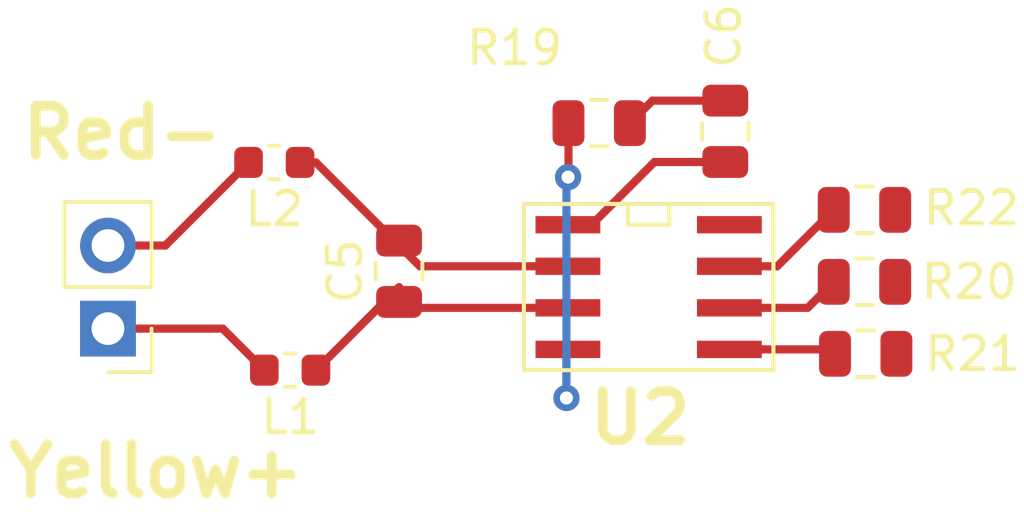
<source format=kicad_pcb>
(kicad_pcb (version 20171130) (host pcbnew 5.0.2-bee76a0~70~ubuntu18.04.1)

  (general
    (thickness 1.6)
    (drawings 2)
    (tracks 30)
    (zones 0)
    (modules 10)
    (nets 11)
  )

  (page A4)
  (layers
    (0 F.Cu signal)
    (1 In1.Cu power)
    (2 In2.Cu power)
    (31 B.Cu signal)
    (32 B.Adhes user)
    (33 F.Adhes user)
    (34 B.Paste user)
    (35 F.Paste user)
    (36 B.SilkS user)
    (37 F.SilkS user)
    (38 B.Mask user)
    (39 F.Mask user)
    (40 Dwgs.User user)
    (41 Cmts.User user)
    (42 Eco1.User user)
    (43 Eco2.User user)
    (44 Edge.Cuts user)
    (45 Margin user)
    (46 B.CrtYd user)
    (47 F.CrtYd user)
    (48 B.Fab user)
    (49 F.Fab user)
  )

  (setup
    (last_trace_width 0.25)
    (trace_clearance 0.2)
    (zone_clearance 0.508)
    (zone_45_only no)
    (trace_min 0.2)
    (segment_width 0.2)
    (edge_width 0.15)
    (via_size 0.8)
    (via_drill 0.4)
    (via_min_size 0.4)
    (via_min_drill 0.3)
    (uvia_size 0.3)
    (uvia_drill 0.1)
    (uvias_allowed no)
    (uvia_min_size 0.2)
    (uvia_min_drill 0.1)
    (pcb_text_width 0.3)
    (pcb_text_size 1.5 1.5)
    (mod_edge_width 0.15)
    (mod_text_size 1 1)
    (mod_text_width 0.15)
    (pad_size 1.524 1.524)
    (pad_drill 0.762)
    (pad_to_mask_clearance 0.2)
    (solder_mask_min_width 0.25)
    (aux_axis_origin 0 0)
    (visible_elements FFFFFF7F)
    (pcbplotparams
      (layerselection 0x010fc_ffffffff)
      (usegerberextensions false)
      (usegerberattributes false)
      (usegerberadvancedattributes false)
      (creategerberjobfile false)
      (excludeedgelayer true)
      (linewidth 0.100000)
      (plotframeref false)
      (viasonmask false)
      (mode 1)
      (useauxorigin false)
      (hpglpennumber 1)
      (hpglpenspeed 20)
      (hpglpendiameter 15.000000)
      (psnegative false)
      (psa4output false)
      (plotreference true)
      (plotvalue true)
      (plotinvisibletext false)
      (padsonsilk false)
      (subtractmaskfromsilk false)
      (outputformat 1)
      (mirror false)
      (drillshape 1)
      (scaleselection 1)
      (outputdirectory ""))
  )

  (net 0 "")
  (net 1 +3V3)
  (net 2 "Net-(C5-Pad1)")
  (net 3 "Net-(C5-Pad2)")
  (net 4 GND)
  (net 5 "Net-(J3-Pad1)")
  (net 6 "Net-(J3-Pad2)")
  (net 7 "Net-(R19-Pad2)")
  (net 8 "Net-(R20-Pad1)")
  (net 9 "Net-(R21-Pad1)")
  (net 10 "Net-(R22-Pad1)")

  (net_class Default "This is the default net class."
    (clearance 0.2)
    (trace_width 0.25)
    (via_dia 0.8)
    (via_drill 0.4)
    (uvia_dia 0.3)
    (uvia_drill 0.1)
    (add_net +3V3)
    (add_net GND)
    (add_net "Net-(C5-Pad1)")
    (add_net "Net-(C5-Pad2)")
    (add_net "Net-(J3-Pad1)")
    (add_net "Net-(J3-Pad2)")
    (add_net "Net-(R19-Pad2)")
    (add_net "Net-(R20-Pad1)")
    (add_net "Net-(R21-Pad1)")
    (add_net "Net-(R22-Pad1)")
  )

  (module Connector_PinHeader_2.54mm:PinHeader_1x02_P2.54mm_Vertical (layer F.Cu) (tedit 5CA3BF9F) (tstamp 5BD68420)
    (at 152.4 87.63 180)
    (descr "Through hole straight pin header, 1x02, 2.54mm pitch, single row")
    (tags "Through hole pin header THT 1x02 2.54mm single row")
    (path /5BB5AAEB)
    (fp_text reference J3 (at 0 -2.33 180) (layer F.SilkS) hide
      (effects (font (size 1 1) (thickness 0.15)))
    )
    (fp_text value Conn_01x02_Male (at 0 4.87 180) (layer F.Fab) hide
      (effects (font (size 1 1) (thickness 0.15)))
    )
    (fp_line (start -0.635 -1.27) (end 1.27 -1.27) (layer F.Fab) (width 0.1))
    (fp_line (start 1.27 -1.27) (end 1.27 3.81) (layer F.Fab) (width 0.1))
    (fp_line (start 1.27 3.81) (end -1.27 3.81) (layer F.Fab) (width 0.1))
    (fp_line (start -1.27 3.81) (end -1.27 -0.635) (layer F.Fab) (width 0.1))
    (fp_line (start -1.27 -0.635) (end -0.635 -1.27) (layer F.Fab) (width 0.1))
    (fp_line (start -1.33 3.87) (end 1.33 3.87) (layer F.SilkS) (width 0.12))
    (fp_line (start -1.33 1.27) (end -1.33 3.87) (layer F.SilkS) (width 0.12))
    (fp_line (start 1.33 1.27) (end 1.33 3.87) (layer F.SilkS) (width 0.12))
    (fp_line (start -1.33 1.27) (end 1.33 1.27) (layer F.SilkS) (width 0.12))
    (fp_line (start -1.33 0) (end -1.33 -1.33) (layer F.SilkS) (width 0.12))
    (fp_line (start -1.33 -1.33) (end 0 -1.33) (layer F.SilkS) (width 0.12))
    (fp_line (start -1.8 -1.8) (end -1.8 4.35) (layer F.CrtYd) (width 0.05))
    (fp_line (start -1.8 4.35) (end 1.8 4.35) (layer F.CrtYd) (width 0.05))
    (fp_line (start 1.8 4.35) (end 1.8 -1.8) (layer F.CrtYd) (width 0.05))
    (fp_line (start 1.8 -1.8) (end -1.8 -1.8) (layer F.CrtYd) (width 0.05))
    (fp_text user %R (at 0 1.27 270) (layer F.Fab)
      (effects (font (size 1 1) (thickness 0.15)))
    )
    (pad 1 thru_hole rect (at 0 0 180) (size 1.7 1.7) (drill 1) (layers *.Cu *.Mask)
      (net 5 "Net-(J3-Pad1)"))
    (pad 2 thru_hole oval (at 0 2.54 180) (size 1.7 1.7) (drill 1) (layers *.Cu *.Mask)
      (net 6 "Net-(J3-Pad2)"))
    (model ${KISYS3DMOD}/Connector_PinHeader_2.54mm.3dshapes/PinHeader_1x02_P2.54mm_Vertical.wrl
      (at (xyz 0 0 0))
      (scale (xyz 1 1 1))
      (rotate (xyz 0 0 0))
    )
  )

  (module MAX31855:SO-8 (layer F.Cu) (tedit 5CA3BF7E) (tstamp 5BD68470)
    (at 168.91 86.36)
    (path /5BB59E3B)
    (attr smd)
    (fp_text reference U2 (at -0.25654 4.00304) (layer F.SilkS)
      (effects (font (size 1.5 1.5) (thickness 0.3)))
    )
    (fp_text value MAX31855 (at 0.146499 3.81) (layer F.SilkS) hide
      (effects (font (size 1 0.9) (thickness 0.05)))
    )
    (fp_line (start -3.81 -2.54) (end -3.81 2.54) (layer F.SilkS) (width 0.127))
    (fp_line (start -3.81 2.54) (end 3.81 2.54) (layer F.SilkS) (width 0.127))
    (fp_line (start 3.81 2.54) (end 3.81 -2.54) (layer F.SilkS) (width 0.127))
    (fp_line (start 3.81 -2.54) (end 0.635 -2.54) (layer F.SilkS) (width 0.127))
    (fp_line (start 0.635 -2.54) (end -0.635 -2.54) (layer F.SilkS) (width 0.127))
    (fp_line (start -0.635 -2.54) (end -3.81 -2.54) (layer F.SilkS) (width 0.127))
    (fp_line (start -0.635 -2.54) (end -0.635 -1.905) (layer F.SilkS) (width 0.127))
    (fp_line (start -0.635 -1.905) (end 0.635 -1.905) (layer F.SilkS) (width 0.127))
    (fp_line (start 0.635 -1.905) (end 0.635 -2.54) (layer F.SilkS) (width 0.127))
    (pad 1 smd rect (at -2.465 -1.905) (size 1.98 0.53) (layers F.Cu F.Paste F.Mask)
      (net 4 GND))
    (pad 2 smd rect (at -2.465 -0.635) (size 1.98 0.53) (layers F.Cu F.Paste F.Mask)
      (net 3 "Net-(C5-Pad2)"))
    (pad 3 smd rect (at -2.465 0.635) (size 1.98 0.53) (layers F.Cu F.Paste F.Mask)
      (net 2 "Net-(C5-Pad1)"))
    (pad 4 smd rect (at -2.465 1.905) (size 1.98 0.53) (layers F.Cu F.Paste F.Mask)
      (net 7 "Net-(R19-Pad2)"))
    (pad 5 smd rect (at 2.465 1.905) (size 1.98 0.53) (layers F.Cu F.Paste F.Mask)
      (net 9 "Net-(R21-Pad1)"))
    (pad 6 smd rect (at 2.465 0.635) (size 1.98 0.53) (layers F.Cu F.Paste F.Mask)
      (net 8 "Net-(R20-Pad1)"))
    (pad 7 smd rect (at 2.465 -0.635) (size 1.98 0.53) (layers F.Cu F.Paste F.Mask)
      (net 10 "Net-(R22-Pad1)"))
    (pad 8 smd rect (at 2.465 -1.905) (size 1.98 0.53) (layers F.Cu F.Paste F.Mask))
  )

  (module Capacitor_SMD:C_0805_2012Metric (layer F.Cu) (tedit 5B36C52B) (tstamp 5CA3C487)
    (at 161.29 85.8775 90)
    (descr "Capacitor SMD 0805 (2012 Metric), square (rectangular) end terminal, IPC_7351 nominal, (Body size source: https://docs.google.com/spreadsheets/d/1BsfQQcO9C6DZCsRaXUlFlo91Tg2WpOkGARC1WS5S8t0/edit?usp=sharing), generated with kicad-footprint-generator")
    (tags capacitor)
    (path /5BB5A126)
    (attr smd)
    (fp_text reference C5 (at 0 -1.65 90) (layer F.SilkS)
      (effects (font (size 1 1) (thickness 0.15)))
    )
    (fp_text value ".01 uF" (at 0 1.65 90) (layer F.Fab)
      (effects (font (size 1 1) (thickness 0.15)))
    )
    (fp_line (start -1 0.6) (end -1 -0.6) (layer F.Fab) (width 0.1))
    (fp_line (start -1 -0.6) (end 1 -0.6) (layer F.Fab) (width 0.1))
    (fp_line (start 1 -0.6) (end 1 0.6) (layer F.Fab) (width 0.1))
    (fp_line (start 1 0.6) (end -1 0.6) (layer F.Fab) (width 0.1))
    (fp_line (start -0.258578 -0.71) (end 0.258578 -0.71) (layer F.SilkS) (width 0.12))
    (fp_line (start -0.258578 0.71) (end 0.258578 0.71) (layer F.SilkS) (width 0.12))
    (fp_line (start -1.68 0.95) (end -1.68 -0.95) (layer F.CrtYd) (width 0.05))
    (fp_line (start -1.68 -0.95) (end 1.68 -0.95) (layer F.CrtYd) (width 0.05))
    (fp_line (start 1.68 -0.95) (end 1.68 0.95) (layer F.CrtYd) (width 0.05))
    (fp_line (start 1.68 0.95) (end -1.68 0.95) (layer F.CrtYd) (width 0.05))
    (fp_text user %R (at 0 0 90) (layer F.Fab)
      (effects (font (size 0.5 0.5) (thickness 0.08)))
    )
    (pad 1 smd roundrect (at -0.9375 0 90) (size 0.975 1.4) (layers F.Cu F.Paste F.Mask) (roundrect_rratio 0.25)
      (net 2 "Net-(C5-Pad1)"))
    (pad 2 smd roundrect (at 0.9375 0 90) (size 0.975 1.4) (layers F.Cu F.Paste F.Mask) (roundrect_rratio 0.25)
      (net 3 "Net-(C5-Pad2)"))
    (model ${KISYS3DMOD}/Capacitor_SMD.3dshapes/C_0805_2012Metric.wrl
      (at (xyz 0 0 0))
      (scale (xyz 1 1 1))
      (rotate (xyz 0 0 0))
    )
  )

  (module Capacitor_SMD:C_0805_2012Metric (layer F.Cu) (tedit 5B36C52B) (tstamp 5CA3C497)
    (at 171.25 81.6 270)
    (descr "Capacitor SMD 0805 (2012 Metric), square (rectangular) end terminal, IPC_7351 nominal, (Body size source: https://docs.google.com/spreadsheets/d/1BsfQQcO9C6DZCsRaXUlFlo91Tg2WpOkGARC1WS5S8t0/edit?usp=sharing), generated with kicad-footprint-generator")
    (tags capacitor)
    (path /5BB5DB50)
    (attr smd)
    (fp_text reference C6 (at -2.9125 0.05 270) (layer F.SilkS)
      (effects (font (size 1 1) (thickness 0.15)))
    )
    (fp_text value "0.1 uF" (at -0.7625 -1.75 270) (layer F.Fab)
      (effects (font (size 1 1) (thickness 0.15)))
    )
    (fp_text user %R (at 0 0 270) (layer F.Fab)
      (effects (font (size 0.5 0.5) (thickness 0.08)))
    )
    (fp_line (start 1.68 0.95) (end -1.68 0.95) (layer F.CrtYd) (width 0.05))
    (fp_line (start 1.68 -0.95) (end 1.68 0.95) (layer F.CrtYd) (width 0.05))
    (fp_line (start -1.68 -0.95) (end 1.68 -0.95) (layer F.CrtYd) (width 0.05))
    (fp_line (start -1.68 0.95) (end -1.68 -0.95) (layer F.CrtYd) (width 0.05))
    (fp_line (start -0.258578 0.71) (end 0.258578 0.71) (layer F.SilkS) (width 0.12))
    (fp_line (start -0.258578 -0.71) (end 0.258578 -0.71) (layer F.SilkS) (width 0.12))
    (fp_line (start 1 0.6) (end -1 0.6) (layer F.Fab) (width 0.1))
    (fp_line (start 1 -0.6) (end 1 0.6) (layer F.Fab) (width 0.1))
    (fp_line (start -1 -0.6) (end 1 -0.6) (layer F.Fab) (width 0.1))
    (fp_line (start -1 0.6) (end -1 -0.6) (layer F.Fab) (width 0.1))
    (pad 2 smd roundrect (at 0.9375 0 270) (size 0.975 1.4) (layers F.Cu F.Paste F.Mask) (roundrect_rratio 0.25)
      (net 4 GND))
    (pad 1 smd roundrect (at -0.9375 0 270) (size 0.975 1.4) (layers F.Cu F.Paste F.Mask) (roundrect_rratio 0.25)
      (net 1 +3V3))
    (model ${KISYS3DMOD}/Capacitor_SMD.3dshapes/C_0805_2012Metric.wrl
      (at (xyz 0 0 0))
      (scale (xyz 1 1 1))
      (rotate (xyz 0 0 0))
    )
  )

  (module Inductor_SMD:L_0603_1608Metric (layer F.Cu) (tedit 5CA3C079) (tstamp 5CA3C4A7)
    (at 157.9625 88.9 180)
    (descr "Inductor SMD 0603 (1608 Metric), square (rectangular) end terminal, IPC_7351 nominal, (Body size source: http://www.tortai-tech.com/upload/download/2011102023233369053.pdf), generated with kicad-footprint-generator")
    (tags inductor)
    (path /5BB5A7BF)
    (attr smd)
    (fp_text reference L1 (at 0 -1.43 180) (layer F.SilkS)
      (effects (font (size 1 1) (thickness 0.15)))
    )
    (fp_text value Ferrite_Bead (at 0 1.43 180) (layer F.Fab) hide
      (effects (font (size 1 1) (thickness 0.15)))
    )
    (fp_line (start -0.8 0.4) (end -0.8 -0.4) (layer F.Fab) (width 0.1))
    (fp_line (start -0.8 -0.4) (end 0.8 -0.4) (layer F.Fab) (width 0.1))
    (fp_line (start 0.8 -0.4) (end 0.8 0.4) (layer F.Fab) (width 0.1))
    (fp_line (start 0.8 0.4) (end -0.8 0.4) (layer F.Fab) (width 0.1))
    (fp_line (start -0.162779 -0.51) (end 0.162779 -0.51) (layer F.SilkS) (width 0.12))
    (fp_line (start -0.162779 0.51) (end 0.162779 0.51) (layer F.SilkS) (width 0.12))
    (fp_line (start -1.48 0.73) (end -1.48 -0.73) (layer F.CrtYd) (width 0.05))
    (fp_line (start -1.48 -0.73) (end 1.48 -0.73) (layer F.CrtYd) (width 0.05))
    (fp_line (start 1.48 -0.73) (end 1.48 0.73) (layer F.CrtYd) (width 0.05))
    (fp_line (start 1.48 0.73) (end -1.48 0.73) (layer F.CrtYd) (width 0.05))
    (fp_text user %R (at 0 0 180) (layer F.Fab)
      (effects (font (size 0.4 0.4) (thickness 0.06)))
    )
    (pad 1 smd roundrect (at -0.7875 0 180) (size 0.875 0.95) (layers F.Cu F.Paste F.Mask) (roundrect_rratio 0.25)
      (net 2 "Net-(C5-Pad1)"))
    (pad 2 smd roundrect (at 0.7875 0 180) (size 0.875 0.95) (layers F.Cu F.Paste F.Mask) (roundrect_rratio 0.25)
      (net 5 "Net-(J3-Pad1)"))
    (model ${KISYS3DMOD}/Inductor_SMD.3dshapes/L_0603_1608Metric.wrl
      (at (xyz 0 0 0))
      (scale (xyz 1 1 1))
      (rotate (xyz 0 0 0))
    )
  )

  (module Inductor_SMD:L_0603_1608Metric (layer F.Cu) (tedit 5CA3C076) (tstamp 5CA3C4B7)
    (at 157.48 82.55 180)
    (descr "Inductor SMD 0603 (1608 Metric), square (rectangular) end terminal, IPC_7351 nominal, (Body size source: http://www.tortai-tech.com/upload/download/2011102023233369053.pdf), generated with kicad-footprint-generator")
    (tags inductor)
    (path /5BB5A820)
    (attr smd)
    (fp_text reference L2 (at 0 -1.43 180) (layer F.SilkS)
      (effects (font (size 1 1) (thickness 0.15)))
    )
    (fp_text value Ferrite_Bead (at -0.62 2.45 180) (layer F.Fab) hide
      (effects (font (size 1 1) (thickness 0.15)))
    )
    (fp_text user %R (at 0 0 180) (layer F.Fab)
      (effects (font (size 0.4 0.4) (thickness 0.06)))
    )
    (fp_line (start 1.48 0.73) (end -1.48 0.73) (layer F.CrtYd) (width 0.05))
    (fp_line (start 1.48 -0.73) (end 1.48 0.73) (layer F.CrtYd) (width 0.05))
    (fp_line (start -1.48 -0.73) (end 1.48 -0.73) (layer F.CrtYd) (width 0.05))
    (fp_line (start -1.48 0.73) (end -1.48 -0.73) (layer F.CrtYd) (width 0.05))
    (fp_line (start -0.162779 0.51) (end 0.162779 0.51) (layer F.SilkS) (width 0.12))
    (fp_line (start -0.162779 -0.51) (end 0.162779 -0.51) (layer F.SilkS) (width 0.12))
    (fp_line (start 0.8 0.4) (end -0.8 0.4) (layer F.Fab) (width 0.1))
    (fp_line (start 0.8 -0.4) (end 0.8 0.4) (layer F.Fab) (width 0.1))
    (fp_line (start -0.8 -0.4) (end 0.8 -0.4) (layer F.Fab) (width 0.1))
    (fp_line (start -0.8 0.4) (end -0.8 -0.4) (layer F.Fab) (width 0.1))
    (pad 2 smd roundrect (at 0.7875 0 180) (size 0.875 0.95) (layers F.Cu F.Paste F.Mask) (roundrect_rratio 0.25)
      (net 6 "Net-(J3-Pad2)"))
    (pad 1 smd roundrect (at -0.7875 0 180) (size 0.875 0.95) (layers F.Cu F.Paste F.Mask) (roundrect_rratio 0.25)
      (net 3 "Net-(C5-Pad2)"))
    (model ${KISYS3DMOD}/Inductor_SMD.3dshapes/L_0603_1608Metric.wrl
      (at (xyz 0 0 0))
      (scale (xyz 1 1 1))
      (rotate (xyz 0 0 0))
    )
  )

  (module Resistor_SMD:R_0805_2012Metric (layer F.Cu) (tedit 5B36C52B) (tstamp 5CA3C4D7)
    (at 167.4 81.35 180)
    (descr "Resistor SMD 0805 (2012 Metric), square (rectangular) end terminal, IPC_7351 nominal, (Body size source: https://docs.google.com/spreadsheets/d/1BsfQQcO9C6DZCsRaXUlFlo91Tg2WpOkGARC1WS5S8t0/edit?usp=sharing), generated with kicad-footprint-generator")
    (tags resistor)
    (path /5D15D3CF)
    (attr smd)
    (fp_text reference R19 (at 2.5875 2.3 180) (layer F.SilkS)
      (effects (font (size 1 1) (thickness 0.15)))
    )
    (fp_text value 0 (at -0.0625 0.1 180) (layer F.Fab)
      (effects (font (size 1 1) (thickness 0.15)))
    )
    (fp_line (start -1 0.6) (end -1 -0.6) (layer F.Fab) (width 0.1))
    (fp_line (start -1 -0.6) (end 1 -0.6) (layer F.Fab) (width 0.1))
    (fp_line (start 1 -0.6) (end 1 0.6) (layer F.Fab) (width 0.1))
    (fp_line (start 1 0.6) (end -1 0.6) (layer F.Fab) (width 0.1))
    (fp_line (start -0.258578 -0.71) (end 0.258578 -0.71) (layer F.SilkS) (width 0.12))
    (fp_line (start -0.258578 0.71) (end 0.258578 0.71) (layer F.SilkS) (width 0.12))
    (fp_line (start -1.68 0.95) (end -1.68 -0.95) (layer F.CrtYd) (width 0.05))
    (fp_line (start -1.68 -0.95) (end 1.68 -0.95) (layer F.CrtYd) (width 0.05))
    (fp_line (start 1.68 -0.95) (end 1.68 0.95) (layer F.CrtYd) (width 0.05))
    (fp_line (start 1.68 0.95) (end -1.68 0.95) (layer F.CrtYd) (width 0.05))
    (fp_text user %R (at 0 0 180) (layer F.Fab)
      (effects (font (size 0.5 0.5) (thickness 0.08)))
    )
    (pad 1 smd roundrect (at -0.9375 0 180) (size 0.975 1.4) (layers F.Cu F.Paste F.Mask) (roundrect_rratio 0.25)
      (net 1 +3V3))
    (pad 2 smd roundrect (at 0.9375 0 180) (size 0.975 1.4) (layers F.Cu F.Paste F.Mask) (roundrect_rratio 0.25)
      (net 7 "Net-(R19-Pad2)"))
    (model ${KISYS3DMOD}/Resistor_SMD.3dshapes/R_0805_2012Metric.wrl
      (at (xyz 0 0 0))
      (scale (xyz 1 1 1))
      (rotate (xyz 0 0 0))
    )
  )

  (module Resistor_SMD:R_0805_2012Metric (layer F.Cu) (tedit 5B36C52B) (tstamp 5CA3C4E8)
    (at 175.5 86.2)
    (descr "Resistor SMD 0805 (2012 Metric), square (rectangular) end terminal, IPC_7351 nominal, (Body size source: https://docs.google.com/spreadsheets/d/1BsfQQcO9C6DZCsRaXUlFlo91Tg2WpOkGARC1WS5S8t0/edit?usp=sharing), generated with kicad-footprint-generator")
    (tags resistor)
    (path /5D6FA891)
    (attr smd)
    (fp_text reference R20 (at 3.2 0) (layer F.SilkS)
      (effects (font (size 1 1) (thickness 0.15)))
    )
    (fp_text value 0 (at 0 0.05) (layer F.Fab)
      (effects (font (size 1 1) (thickness 0.15)))
    )
    (fp_text user %R (at 0 0) (layer F.Fab)
      (effects (font (size 0.5 0.5) (thickness 0.08)))
    )
    (fp_line (start 1.68 0.95) (end -1.68 0.95) (layer F.CrtYd) (width 0.05))
    (fp_line (start 1.68 -0.95) (end 1.68 0.95) (layer F.CrtYd) (width 0.05))
    (fp_line (start -1.68 -0.95) (end 1.68 -0.95) (layer F.CrtYd) (width 0.05))
    (fp_line (start -1.68 0.95) (end -1.68 -0.95) (layer F.CrtYd) (width 0.05))
    (fp_line (start -0.258578 0.71) (end 0.258578 0.71) (layer F.SilkS) (width 0.12))
    (fp_line (start -0.258578 -0.71) (end 0.258578 -0.71) (layer F.SilkS) (width 0.12))
    (fp_line (start 1 0.6) (end -1 0.6) (layer F.Fab) (width 0.1))
    (fp_line (start 1 -0.6) (end 1 0.6) (layer F.Fab) (width 0.1))
    (fp_line (start -1 -0.6) (end 1 -0.6) (layer F.Fab) (width 0.1))
    (fp_line (start -1 0.6) (end -1 -0.6) (layer F.Fab) (width 0.1))
    (pad 2 smd roundrect (at 0.9375 0) (size 0.975 1.4) (layers F.Cu F.Paste F.Mask) (roundrect_rratio 0.25))
    (pad 1 smd roundrect (at -0.9375 0) (size 0.975 1.4) (layers F.Cu F.Paste F.Mask) (roundrect_rratio 0.25)
      (net 8 "Net-(R20-Pad1)"))
    (model ${KISYS3DMOD}/Resistor_SMD.3dshapes/R_0805_2012Metric.wrl
      (at (xyz 0 0 0))
      (scale (xyz 1 1 1))
      (rotate (xyz 0 0 0))
    )
  )

  (module Resistor_SMD:R_0805_2012Metric (layer F.Cu) (tedit 5B36C52B) (tstamp 5CA3C4F9)
    (at 175.5375 88.4)
    (descr "Resistor SMD 0805 (2012 Metric), square (rectangular) end terminal, IPC_7351 nominal, (Body size source: https://docs.google.com/spreadsheets/d/1BsfQQcO9C6DZCsRaXUlFlo91Tg2WpOkGARC1WS5S8t0/edit?usp=sharing), generated with kicad-footprint-generator")
    (tags resistor)
    (path /5D6FA78C)
    (attr smd)
    (fp_text reference R21 (at 3.2625 0) (layer F.SilkS)
      (effects (font (size 1 1) (thickness 0.15)))
    )
    (fp_text value 0 (at -0.05 0.2) (layer F.Fab)
      (effects (font (size 1 1) (thickness 0.15)))
    )
    (fp_line (start -1 0.6) (end -1 -0.6) (layer F.Fab) (width 0.1))
    (fp_line (start -1 -0.6) (end 1 -0.6) (layer F.Fab) (width 0.1))
    (fp_line (start 1 -0.6) (end 1 0.6) (layer F.Fab) (width 0.1))
    (fp_line (start 1 0.6) (end -1 0.6) (layer F.Fab) (width 0.1))
    (fp_line (start -0.258578 -0.71) (end 0.258578 -0.71) (layer F.SilkS) (width 0.12))
    (fp_line (start -0.258578 0.71) (end 0.258578 0.71) (layer F.SilkS) (width 0.12))
    (fp_line (start -1.68 0.95) (end -1.68 -0.95) (layer F.CrtYd) (width 0.05))
    (fp_line (start -1.68 -0.95) (end 1.68 -0.95) (layer F.CrtYd) (width 0.05))
    (fp_line (start 1.68 -0.95) (end 1.68 0.95) (layer F.CrtYd) (width 0.05))
    (fp_line (start 1.68 0.95) (end -1.68 0.95) (layer F.CrtYd) (width 0.05))
    (fp_text user %R (at 0 0) (layer F.Fab)
      (effects (font (size 0.5 0.5) (thickness 0.08)))
    )
    (pad 1 smd roundrect (at -0.9375 0) (size 0.975 1.4) (layers F.Cu F.Paste F.Mask) (roundrect_rratio 0.25)
      (net 9 "Net-(R21-Pad1)"))
    (pad 2 smd roundrect (at 0.9375 0) (size 0.975 1.4) (layers F.Cu F.Paste F.Mask) (roundrect_rratio 0.25))
    (model ${KISYS3DMOD}/Resistor_SMD.3dshapes/R_0805_2012Metric.wrl
      (at (xyz 0 0 0))
      (scale (xyz 1 1 1))
      (rotate (xyz 0 0 0))
    )
  )

  (module Resistor_SMD:R_0805_2012Metric (layer F.Cu) (tedit 5B36C52B) (tstamp 5CA3C804)
    (at 175.5 84)
    (descr "Resistor SMD 0805 (2012 Metric), square (rectangular) end terminal, IPC_7351 nominal, (Body size source: https://docs.google.com/spreadsheets/d/1BsfQQcO9C6DZCsRaXUlFlo91Tg2WpOkGARC1WS5S8t0/edit?usp=sharing), generated with kicad-footprint-generator")
    (tags resistor)
    (path /5D6FA677)
    (attr smd)
    (fp_text reference R22 (at 3.2625 -0.05) (layer F.SilkS)
      (effects (font (size 1 1) (thickness 0.15)))
    )
    (fp_text value 0 (at 0.0625 0.05) (layer F.Fab)
      (effects (font (size 1 1) (thickness 0.15)))
    )
    (fp_text user %R (at 0 0) (layer F.Fab)
      (effects (font (size 0.5 0.5) (thickness 0.08)))
    )
    (fp_line (start 1.68 0.95) (end -1.68 0.95) (layer F.CrtYd) (width 0.05))
    (fp_line (start 1.68 -0.95) (end 1.68 0.95) (layer F.CrtYd) (width 0.05))
    (fp_line (start -1.68 -0.95) (end 1.68 -0.95) (layer F.CrtYd) (width 0.05))
    (fp_line (start -1.68 0.95) (end -1.68 -0.95) (layer F.CrtYd) (width 0.05))
    (fp_line (start -0.258578 0.71) (end 0.258578 0.71) (layer F.SilkS) (width 0.12))
    (fp_line (start -0.258578 -0.71) (end 0.258578 -0.71) (layer F.SilkS) (width 0.12))
    (fp_line (start 1 0.6) (end -1 0.6) (layer F.Fab) (width 0.1))
    (fp_line (start 1 -0.6) (end 1 0.6) (layer F.Fab) (width 0.1))
    (fp_line (start -1 -0.6) (end 1 -0.6) (layer F.Fab) (width 0.1))
    (fp_line (start -1 0.6) (end -1 -0.6) (layer F.Fab) (width 0.1))
    (pad 2 smd roundrect (at 0.9375 0) (size 0.975 1.4) (layers F.Cu F.Paste F.Mask) (roundrect_rratio 0.25))
    (pad 1 smd roundrect (at -0.9375 0) (size 0.975 1.4) (layers F.Cu F.Paste F.Mask) (roundrect_rratio 0.25)
      (net 10 "Net-(R22-Pad1)"))
    (model ${KISYS3DMOD}/Resistor_SMD.3dshapes/R_0805_2012Metric.wrl
      (at (xyz 0 0 0))
      (scale (xyz 1 1 1))
      (rotate (xyz 0 0 0))
    )
  )

  (gr_text Yellow+ (at 153.86812 91.9861) (layer F.SilkS) (tstamp 5BD68D65)
    (effects (font (size 1.5 1.5) (thickness 0.3)))
  )
  (gr_text Red- (at 152.83942 81.64322) (layer F.SilkS)
    (effects (font (size 1.5 1.5) (thickness 0.3)))
  )

  (segment (start 169.025 80.6625) (end 168.3375 81.35) (width 0.25) (layer F.Cu) (net 1))
  (segment (start 171.25 80.6625) (end 169.025 80.6625) (width 0.25) (layer F.Cu) (net 1))
  (via (at 166.45 83) (size 0.8) (drill 0.4) (layers F.Cu B.Cu) (net 7))
  (via (at 166.4 89.75) (size 0.8) (drill 0.4) (layers F.Cu B.Cu) (net 7) (tstamp 5CA3C9C5))
  (segment (start 158.75 88.9) (end 161.29 86.36) (width 0.25) (layer F.Cu) (net 2) (status 30))
  (segment (start 161.62 86.995) (end 161.29 86.665) (width 0.25) (layer F.Cu) (net 2) (status 30))
  (segment (start 166.445 86.995) (end 161.62 86.995) (width 0.25) (layer F.Cu) (net 2) (status 30))
  (segment (start 161.925 85.725) (end 161.29 85.09) (width 0.25) (layer F.Cu) (net 3) (status 20))
  (segment (start 166.445 85.725) (end 161.925 85.725) (width 0.25) (layer F.Cu) (net 3) (status 10))
  (segment (start 158.75 82.55) (end 158.2675 82.55) (width 0.25) (layer F.Cu) (net 3) (status 20))
  (segment (start 161.29 85.09) (end 158.75 82.55) (width 0.25) (layer F.Cu) (net 3) (status 10))
  (segment (start 169.0875 82.5375) (end 171.25 82.5375) (width 0.25) (layer F.Cu) (net 4))
  (segment (start 166.445 84.455) (end 167.17 84.455) (width 0.25) (layer F.Cu) (net 4))
  (segment (start 167.17 84.455) (end 169.0875 82.5375) (width 0.25) (layer F.Cu) (net 4))
  (segment (start 155.905 87.63) (end 157.175 88.9) (width 0.25) (layer F.Cu) (net 5) (status 20))
  (segment (start 152.4 87.63) (end 155.905 87.63) (width 0.25) (layer F.Cu) (net 5) (status 10))
  (segment (start 154.1525 85.09) (end 156.6925 82.55) (width 0.25) (layer F.Cu) (net 6) (status 20))
  (segment (start 152.4 85.09) (end 154.1525 85.09) (width 0.25) (layer F.Cu) (net 6) (status 10))
  (segment (start 166.4 83.05) (end 166.45 83) (width 0.25) (layer B.Cu) (net 7))
  (segment (start 166.4 89.75) (end 166.4 83.05) (width 0.25) (layer B.Cu) (net 7))
  (segment (start 166.4625 82.9875) (end 166.45 83) (width 0.25) (layer F.Cu) (net 7))
  (segment (start 166.4625 81.35) (end 166.4625 82.9875) (width 0.25) (layer F.Cu) (net 7))
  (segment (start 166.4 88.31) (end 166.445 88.265) (width 0.25) (layer F.Cu) (net 7))
  (segment (start 166.4 89.75) (end 166.4 88.31) (width 0.25) (layer F.Cu) (net 7))
  (segment (start 173.7675 86.995) (end 174.5625 86.2) (width 0.25) (layer F.Cu) (net 8))
  (segment (start 171.375 86.995) (end 173.7675 86.995) (width 0.25) (layer F.Cu) (net 8))
  (segment (start 174.465 88.265) (end 174.6 88.4) (width 0.25) (layer F.Cu) (net 9))
  (segment (start 171.375 88.265) (end 174.465 88.265) (width 0.25) (layer F.Cu) (net 9))
  (segment (start 172.8375 85.725) (end 174.5625 84) (width 0.25) (layer F.Cu) (net 10))
  (segment (start 171.375 85.725) (end 172.8375 85.725) (width 0.25) (layer F.Cu) (net 10))

)

</source>
